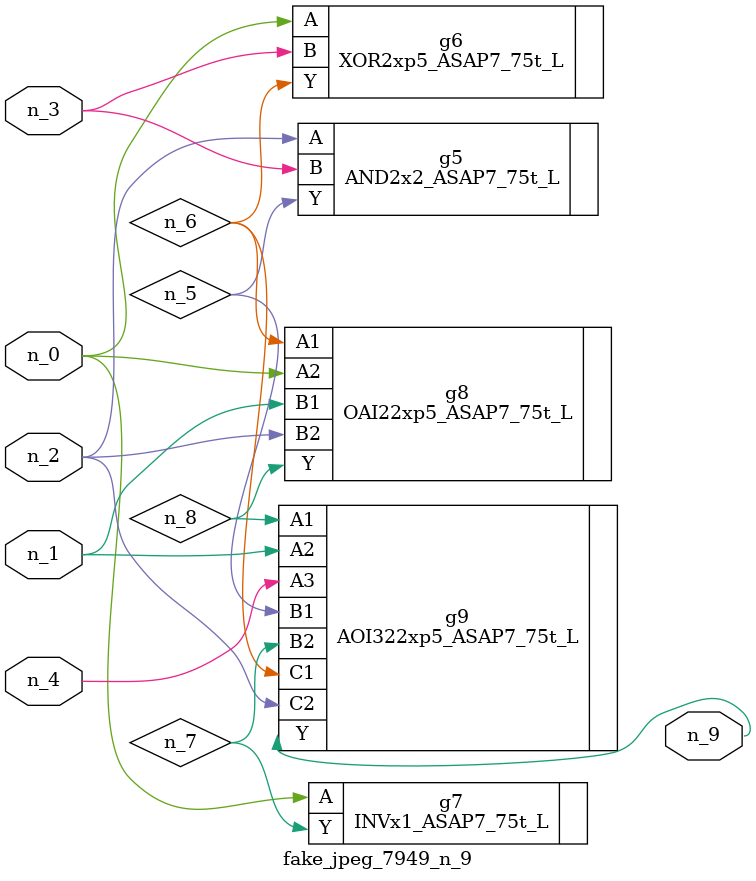
<source format=v>
module fake_jpeg_7949_n_9 (n_3, n_2, n_1, n_0, n_4, n_9);

input n_3;
input n_2;
input n_1;
input n_0;
input n_4;

output n_9;

wire n_8;
wire n_6;
wire n_5;
wire n_7;

AND2x2_ASAP7_75t_L g5 ( 
.A(n_2),
.B(n_3),
.Y(n_5)
);

XOR2xp5_ASAP7_75t_L g6 ( 
.A(n_0),
.B(n_3),
.Y(n_6)
);

INVx1_ASAP7_75t_L g7 ( 
.A(n_0),
.Y(n_7)
);

OAI22xp5_ASAP7_75t_L g8 ( 
.A1(n_6),
.A2(n_0),
.B1(n_1),
.B2(n_2),
.Y(n_8)
);

AOI322xp5_ASAP7_75t_L g9 ( 
.A1(n_8),
.A2(n_1),
.A3(n_4),
.B1(n_5),
.B2(n_7),
.C1(n_6),
.C2(n_2),
.Y(n_9)
);


endmodule
</source>
